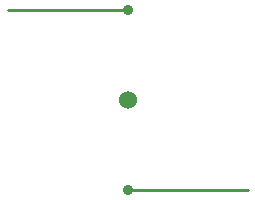
<source format=gbr>
G04 start of page 4 for group 2 idx 1 *
G04 Title: Basic Single Trace RS274-X Test, GND *
G04 Creator: pcb 1.99z *
G04 CreationDate: Thu Sep  1 21:23:26 2016 UTC *
G04 For: milan *
G04 Format: Gerber/RS-274X *
G04 PCB-Dimensions (mil): 2000.00 1000.00 *
G04 PCB-Coordinate-Origin: lower left *
%MOIN*%
%FSLAX25Y25*%
%LNGROUP2*%
%ADD21C,0.0200*%
%ADD20C,0.0350*%
%ADD19C,0.0360*%
%ADD18C,0.0600*%
%ADD17C,0.0100*%
G54D17*X50000Y80000D02*X90000D01*
Y20000D02*X130000D01*
G54D18*X90000Y50000D03*
G54D19*Y20000D03*
Y80000D03*
G54D20*G54D21*M02*

</source>
